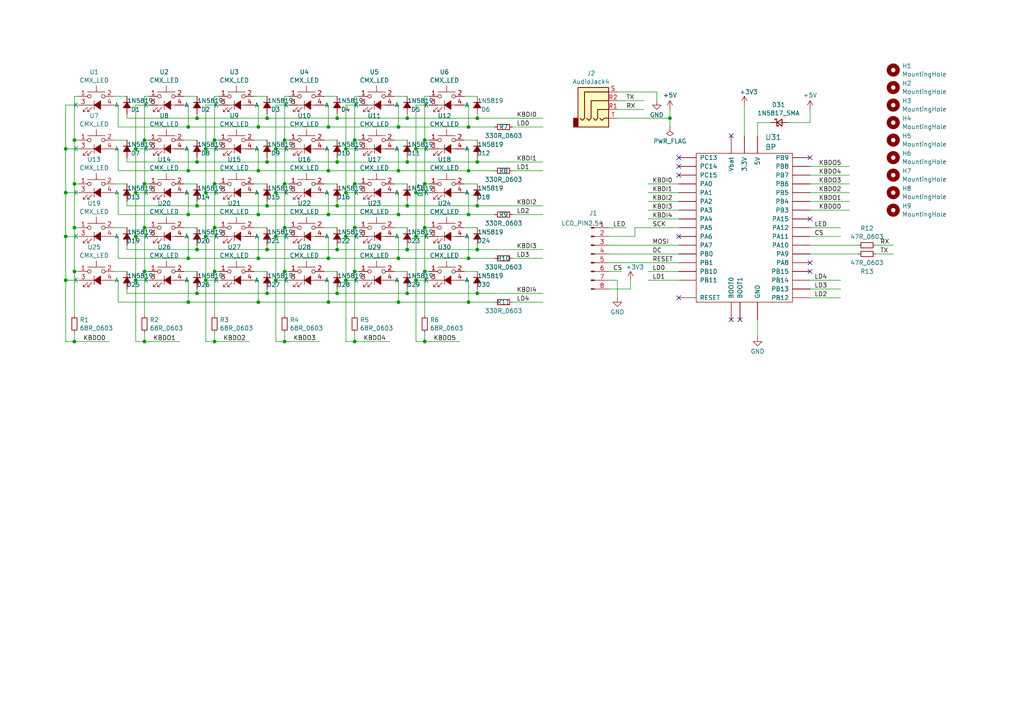
<source format=kicad_sch>
(kicad_sch (version 20230121) (generator eeschema)
  (paper "A4")
  (lib_symbols
    (symbol "CherryMX:CherryMX_LED" (pin_names (offset -3.9878))
      (property "Reference" "U" (at 2.54 4.445 0))
      (property "Value" "CherryMX_LED" (at 0 -4.445 0))
      (symbol "CherryMX_LED_1_1"
        (pin passive line (at -5.08 1.27 0) (length 2.54) (name "~") (number "1"))
        (pin passive line (at 5.08 1.27 180) (length 2.54) (name "~") (number "2"))
        (pin passive line (at -5.08 -1.27 0) (length 2.54) (name "K") (number "3"))
        (pin passive line (at 5.08 -1.27 180) (length 2.54) (name "A") (number "4"))
      )
    )
    (symbol "Connector:Conn_01x08_Pin" (pin_names (offset 1.016) hide)
      (property "Reference" "J" (at 0 10.16 0))
      (property "Value" "Conn_01x08_Pin" (at 0 -12.7 0))
      (symbol "Conn_01x08_Pin_1_1"
        (pin passive line (at 5.08 7.62 180) (length 3.81) (name "Pin_1") (number "1"))
        (pin passive line (at 5.08 5.08 180) (length 3.81) (name "Pin_2") (number "2"))
        (pin passive line (at 5.08 2.54 180) (length 3.81) (name "Pin_3") (number "3"))
        (pin passive line (at 5.08 0 180) (length 3.81) (name "Pin_4") (number "4"))
        (pin passive line (at 5.08 -2.54 180) (length 3.81) (name "Pin_5") (number "5"))
        (pin passive line (at 5.08 -5.08 180) (length 3.81) (name "Pin_6") (number "6"))
        (pin passive line (at 5.08 -7.62 180) (length 3.81) (name "Pin_7") (number "7"))
        (pin passive line (at 5.08 -10.16 180) (length 3.81) (name "Pin_8") (number "8"))
      )
    )
    (symbol "Connector_Audio:AudioJack4"
      (property "Reference" "J" (at 0 8.89 0))
      (property "Value" "AudioJack4" (at 0 6.35 0))
      (symbol "AudioJack4_1_1"
        (pin passive line (at 5.08 -2.54 180) (length 2.54) (name "~") (number "R1"))
        (pin passive line (at 5.08 0 180) (length 2.54) (name "~") (number "R2"))
        (pin passive line (at 5.08 2.54 180) (length 2.54) (name "~") (number "S"))
        (pin passive line (at 5.08 -5.08 180) (length 2.54) (name "~") (number "T"))
      )
    )
    (symbol "Device:D_Schottky_Small" (pin_numbers hide) (pin_names (offset 0.254) hide)
      (property "Reference" "D" (at -1.27 2.032 0))
      (property "Value" "D_Schottky_Small" (at -7.112 -2.032 0))
      (symbol "D_Schottky_Small_1_1"
        (pin passive line (at -2.54 0 0) (length 1.778) (name "K") (number "1"))
        (pin passive line (at 2.54 0 180) (length 1.778) (name "A") (number "2"))
      )
    )
    (symbol "Device:D_Small_Filled" (pin_numbers hide) (pin_names (offset 0.254) hide)
      (property "Reference" "D" (at -1.27 2.032 0))
      (property "Value" "D_Small_Filled" (at -3.81 -2.032 0))
      (symbol "D_Small_Filled_1_1"
        (pin passive line (at -2.54 0 0) (length 1.778) (name "K") (number "1"))
        (pin passive line (at 2.54 0 180) (length 1.778) (name "A") (number "2"))
      )
    )
    (symbol "Device:R_Small" (pin_numbers hide) (pin_names (offset 0.254) hide)
      (property "Reference" "R" (at 0.762 0.508 0))
      (property "Value" "R_Small" (at 0.762 -1.016 0))
      (symbol "R_Small_1_1"
        (pin passive line (at 0 2.54 270) (length 0.762) (name "~") (number "1"))
        (pin passive line (at 0 -2.54 90) (length 0.762) (name "~") (number "2"))
      )
    )
    (symbol "Mechanical:MountingHole" (pin_names (offset 1.016))
      (property "Reference" "H" (at 0 5.08 0))
      (property "Value" "MountingHole" (at 0 3.175 0))
    )
    (symbol "bluepill:BP" (pin_numbers hide) (pin_names (offset 1.016))
      (property "Reference" "U" (at -12.7 22.86 0))
      (property "Value" "BP" (at 7.62 -24.13 0))
      (symbol "BP_1_1"
        (pin power_out line (at 0 26.67 270) (length 5.08) (name "3.3V") (number "3V3"))
        (pin power_out line (at 3.81 26.67 270) (length 5.08) (name "5V") (number "5V"))
        (pin input line (at -3.81 -26.67 90) (length 5.08) (name "BOOT0") (number "BOOT"))
        (pin power_out line (at 3.81 -26.67 90) (length 5.08) (name "GND") (number "G"))
        (pin input line (at -19.05 -20.32 0) (length 5.08) (name "RESET") (number "NRST"))
        (pin bidirectional line (at -19.05 12.7 0) (length 5.08) (name "PA0") (number "PA0"))
        (pin bidirectional line (at -19.05 10.16 0) (length 5.08) (name "PA1") (number "PA1"))
        (pin bidirectional line (at 19.05 -5.08 180) (length 5.08) (name "PA10") (number "PA10"))
        (pin bidirectional line (at 19.05 -2.54 180) (length 5.08) (name "PA11") (number "PA11"))
        (pin bidirectional line (at 19.05 0 180) (length 5.08) (name "PA12") (number "PA12"))
        (pin bidirectional line (at 19.05 2.54 180) (length 5.08) (name "PA15") (number "PA15"))
        (pin bidirectional line (at -19.05 7.62 0) (length 5.08) (name "PA2") (number "PA2"))
        (pin bidirectional line (at -19.05 5.08 0) (length 5.08) (name "PA3") (number "PA3"))
        (pin bidirectional line (at -19.05 2.54 0) (length 5.08) (name "PA4") (number "PA4"))
        (pin bidirectional line (at -19.05 0 0) (length 5.08) (name "PA5") (number "PA5"))
        (pin bidirectional line (at -19.05 -2.54 0) (length 5.08) (name "PA6") (number "PA6"))
        (pin bidirectional line (at -19.05 -5.08 0) (length 5.08) (name "PA7") (number "PA7"))
        (pin bidirectional line (at 19.05 -10.16 180) (length 5.08) (name "PA8") (number "PA8"))
        (pin bidirectional line (at 19.05 -7.62 180) (length 5.08) (name "PA9") (number "PA9"))
        (pin bidirectional line (at -19.05 -7.62 0) (length 5.08) (name "PB0") (number "PB0"))
        (pin bidirectional line (at -19.05 -10.16 0) (length 5.08) (name "PB1") (number "PB1"))
        (pin bidirectional line (at -19.05 -12.7 0) (length 5.08) (name "PB10") (number "PB10"))
        (pin bidirectional line (at -19.05 -15.24 0) (length 5.08) (name "PB11") (number "PB11"))
        (pin bidirectional line (at 19.05 -20.32 180) (length 5.08) (name "PB12") (number "PB12"))
        (pin bidirectional line (at 19.05 -17.78 180) (length 5.08) (name "PB13") (number "PB13"))
        (pin bidirectional line (at 19.05 -15.24 180) (length 5.08) (name "PB14") (number "PB14"))
        (pin bidirectional line (at 19.05 -12.7 180) (length 5.08) (name "PB15") (number "PB15"))
        (pin input line (at -1.27 -26.67 90) (length 5.08) (name "BOOT1") (number "PB2"))
        (pin bidirectional line (at 19.05 5.08 180) (length 5.08) (name "PB3") (number "PB3"))
        (pin bidirectional line (at 19.05 7.62 180) (length 5.08) (name "PB4") (number "PB4"))
        (pin bidirectional line (at 19.05 10.16 180) (length 5.08) (name "PB5") (number "PB5"))
        (pin bidirectional line (at 19.05 12.7 180) (length 5.08) (name "PB6") (number "PB6"))
        (pin bidirectional line (at 19.05 15.24 180) (length 5.08) (name "PB7") (number "PB7"))
        (pin bidirectional line (at 19.05 17.78 180) (length 5.08) (name "PB8") (number "PB8"))
        (pin bidirectional line (at 19.05 20.32 180) (length 5.08) (name "PB9") (number "PB9"))
        (pin bidirectional line (at -19.05 20.32 0) (length 5.08) (name "PC13") (number "PC13"))
        (pin bidirectional line (at -19.05 17.78 0) (length 5.08) (name "PC14") (number "PC14"))
        (pin bidirectional line (at -19.05 15.24 0) (length 5.08) (name "PC15") (number "PC15"))
        (pin power_in line (at -3.81 26.67 270) (length 5.08) (name "Vbat") (number "VBAT"))
      )
    )
    (symbol "power:+3V3" (power) (pin_names (offset 0))
      (property "Value" "+3V3" (at 0 3.556 0))
      (symbol "+3V3_1_1"
        (pin power_in line (at 0 0 90) (length 0) hide (name "+3V3") (number "1"))
      )
    )
    (symbol "power:+5V" (power) (pin_names (offset 0))
      (property "Value" "+5V" (at 0 3.556 0))
      (symbol "+5V_1_1"
        (pin power_in line (at 0 0 90) (length 0) hide (name "+5V") (number "1"))
      )
    )
    (symbol "power:GND" (power) (pin_names (offset 0))
      (property "Value" "GND" (at 0 -3.81 0))
      (symbol "GND_1_1"
        (pin power_in line (at 0 0 270) (length 0) hide (name "GND") (number "1"))
      )
    )
    (symbol "power:PWR_FLAG" (power) (pin_numbers hide) (pin_names (offset 0) hide)
      (property "Value" "PWR_FLAG" (at 0 3.81 0))
      (symbol "PWR_FLAG_0_0"
        (pin power_out line (at 0 0 90) (length 0) (name "pwr") (number "1"))
      )
    )
  )
  (junction (at 39.37 43.18))
  (junction (at 100.33 55.88))
  (junction (at 19.05 81.28))
  (junction (at 21.59 66.04))
  (junction (at 95.25 62.23))
  (junction (at 95.25 36.83))
  (junction (at 82.55 40.64))
  (junction (at 97.79 46.99))
  (junction (at 115.57 36.83))
  (junction (at 100.33 43.18))
  (junction (at 82.55 66.04))
  (junction (at 62.23 78.74))
  (junction (at 77.47 46.99))
  (junction (at 120.65 81.28))
  (junction (at 135.89 87.63))
  (junction (at 194.31 34.29))
  (junction (at 80.01 68.58))
  (junction (at 21.59 53.34))
  (junction (at 123.19 40.64))
  (junction (at 135.89 49.53))
  (junction (at 41.91 66.04))
  (junction (at 138.43 59.69))
  (junction (at 80.01 43.18))
  (junction (at 102.87 78.74))
  (junction (at 62.23 53.34))
  (junction (at 74.93 74.93))
  (junction (at 62.23 99.06))
  (junction (at 102.87 66.04))
  (junction (at 77.47 34.29))
  (junction (at 123.19 99.06))
  (junction (at 102.87 53.34))
  (junction (at 41.91 40.64))
  (junction (at 57.15 85.09))
  (junction (at 100.33 81.28))
  (junction (at 41.91 78.74))
  (junction (at 57.15 59.69))
  (junction (at 21.59 99.06))
  (junction (at 54.61 49.53))
  (junction (at 41.91 53.34))
  (junction (at 59.69 43.18))
  (junction (at 118.11 72.39))
  (junction (at 138.43 46.99))
  (junction (at 95.25 49.53))
  (junction (at 19.05 43.18))
  (junction (at 115.57 49.53))
  (junction (at 118.11 34.29))
  (junction (at 54.61 87.63))
  (junction (at 97.79 72.39))
  (junction (at 59.69 81.28))
  (junction (at 123.19 53.34))
  (junction (at 95.25 87.63))
  (junction (at 54.61 36.83))
  (junction (at 123.19 66.04))
  (junction (at 120.65 43.18))
  (junction (at 82.55 53.34))
  (junction (at 118.11 59.69))
  (junction (at 59.69 55.88))
  (junction (at 54.61 62.23))
  (junction (at 118.11 85.09))
  (junction (at 39.37 68.58))
  (junction (at 123.19 78.74))
  (junction (at 74.93 87.63))
  (junction (at 95.25 74.93))
  (junction (at 102.87 40.64))
  (junction (at 138.43 85.09))
  (junction (at 74.93 36.83))
  (junction (at 54.61 74.93))
  (junction (at 120.65 55.88))
  (junction (at 39.37 55.88))
  (junction (at 57.15 72.39))
  (junction (at 19.05 55.88))
  (junction (at 62.23 40.64))
  (junction (at 77.47 59.69))
  (junction (at 120.65 68.58))
  (junction (at 74.93 49.53))
  (junction (at 77.47 85.09))
  (junction (at 102.87 99.06))
  (junction (at 135.89 62.23))
  (junction (at 135.89 36.83))
  (junction (at 97.79 59.69))
  (junction (at 57.15 46.99))
  (junction (at 82.55 99.06))
  (junction (at 21.59 78.74))
  (junction (at 62.23 66.04))
  (junction (at 138.43 34.29))
  (junction (at 39.37 81.28))
  (junction (at 80.01 55.88))
  (junction (at 77.47 72.39))
  (junction (at 82.55 78.74))
  (junction (at 21.59 40.64))
  (junction (at 59.69 68.58))
  (junction (at 97.79 34.29))
  (junction (at 115.57 74.93))
  (junction (at 118.11 46.99))
  (junction (at 41.91 99.06))
  (junction (at 80.01 81.28))
  (junction (at 57.15 34.29))
  (junction (at 74.93 62.23))
  (junction (at 138.43 72.39))
  (junction (at 115.57 87.63))
  (junction (at 115.57 62.23))
  (junction (at 19.05 68.58))
  (junction (at 135.89 74.93))
  (junction (at 97.79 85.09))
  (junction (at 100.33 68.58))
  (no_connect (at 196.85 86.36))
  (no_connect (at 196.85 45.72))
  (no_connect (at 234.95 63.5))
  (no_connect (at 214.63 92.71))
  (no_connect (at 196.85 68.58))
  (no_connect (at 234.95 45.72))
  (no_connect (at 234.95 76.2))
  (no_connect (at 196.85 50.8))
  (no_connect (at 212.09 39.37))
  (no_connect (at 234.95 78.74))
  (no_connect (at 212.09 92.71))
  (no_connect (at 196.85 48.26))
  (wire (pts (xy 21.59 40.64) (xy 22.86 40.64)))
  (wire (pts (xy 41.91 40.64) (xy 41.91 53.34)))
  (wire (pts (xy 93.98 53.34) (xy 97.79 53.34)))
  (wire (pts (xy 120.65 43.18) (xy 124.46 43.18)))
  (wire (pts (xy 118.11 59.69) (xy 138.43 59.69)))
  (wire (pts (xy 82.55 40.64) (xy 83.82 40.64)))
  (wire (pts (xy 118.11 46.99) (xy 138.43 46.99)))
  (wire (pts (xy 95.25 68.58) (xy 95.25 74.93)))
  (wire (pts (xy 59.69 55.88) (xy 63.5 55.88)))
  (wire (pts (xy 234.95 31.75) (xy 234.95 35.56)))
  (wire (pts (xy 74.93 43.18) (xy 74.93 49.53)))
  (wire (pts (xy 135.89 81.28) (xy 135.89 87.63)))
  (wire (pts (xy 57.15 72.39) (xy 36.83 72.39)))
  (wire (pts (xy 138.43 34.29) (xy 157.48 34.29)))
  (wire (pts (xy 80.01 55.88) (xy 80.01 68.58)))
  (wire (pts (xy 93.98 43.18) (xy 95.25 43.18)))
  (wire (pts (xy 148.59 87.63) (xy 157.48 87.63)))
  (wire (pts (xy 102.87 27.94) (xy 102.87 40.64)))
  (wire (pts (xy 59.69 55.88) (xy 59.69 43.18)))
  (wire (pts (xy 62.23 27.94) (xy 63.5 27.94)))
  (wire (pts (xy 80.01 55.88) (xy 83.82 55.88)))
  (wire (pts (xy 57.15 45.72) (xy 57.15 46.99)))
  (wire (pts (xy 54.61 36.83) (xy 74.93 36.83)))
  (wire (pts (xy 41.91 66.04) (xy 43.18 66.04)))
  (wire (pts (xy 73.66 30.48) (xy 74.93 30.48)))
  (wire (pts (xy 97.79 45.72) (xy 97.79 46.99)))
  (wire (pts (xy 234.95 73.66) (xy 248.92 73.66)))
  (wire (pts (xy 95.25 62.23) (xy 115.57 62.23)))
  (wire (pts (xy 102.87 53.34) (xy 102.87 66.04)))
  (wire (pts (xy 179.07 34.29) (xy 194.31 34.29)))
  (wire (pts (xy 114.3 78.74) (xy 118.11 78.74)))
  (wire (pts (xy 134.62 68.58) (xy 135.89 68.58)))
  (wire (pts (xy 120.65 43.18) (xy 120.65 55.88)))
  (wire (pts (xy 33.02 27.94) (xy 36.83 27.94)))
  (wire (pts (xy 102.87 78.74) (xy 102.87 91.44)))
  (wire (pts (xy 19.05 55.88) (xy 22.86 55.88)))
  (wire (pts (xy 82.55 53.34) (xy 83.82 53.34)))
  (wire (pts (xy 74.93 81.28) (xy 74.93 87.63)))
  (wire (pts (xy 53.34 66.04) (xy 57.15 66.04)))
  (wire (pts (xy 93.98 78.74) (xy 97.79 78.74)))
  (wire (pts (xy 93.98 66.04) (xy 97.79 66.04)))
  (wire (pts (xy 80.01 68.58) (xy 80.01 81.28)))
  (wire (pts (xy 176.53 68.58) (xy 184.15 68.58)))
  (wire (pts (xy 34.29 49.53) (xy 54.61 49.53)))
  (wire (pts (xy 102.87 53.34) (xy 104.14 53.34)))
  (wire (pts (xy 33.02 78.74) (xy 36.83 78.74)))
  (wire (pts (xy 234.95 55.88) (xy 246.38 55.88)))
  (wire (pts (xy 234.95 53.34) (xy 246.38 53.34)))
  (wire (pts (xy 54.61 81.28) (xy 54.61 87.63)))
  (wire (pts (xy 36.83 83.82) (xy 36.83 85.09)))
  (wire (pts (xy 21.59 27.94) (xy 22.86 27.94)))
  (wire (pts (xy 19.05 30.48) (xy 19.05 43.18)))
  (wire (pts (xy 82.55 66.04) (xy 83.82 66.04)))
  (wire (pts (xy 36.83 34.29) (xy 57.15 34.29)))
  (wire (pts (xy 148.59 36.83) (xy 157.48 36.83)))
  (wire (pts (xy 62.23 66.04) (xy 63.5 66.04)))
  (wire (pts (xy 95.25 81.28) (xy 95.25 87.63)))
  (wire (pts (xy 134.62 81.28) (xy 135.89 81.28)))
  (wire (pts (xy 134.62 27.94) (xy 138.43 27.94)))
  (wire (pts (xy 21.59 66.04) (xy 22.86 66.04)))
  (wire (pts (xy 234.95 60.96) (xy 246.38 60.96)))
  (wire (pts (xy 215.9 30.48) (xy 215.9 39.37)))
  (wire (pts (xy 34.29 62.23) (xy 54.61 62.23)))
  (wire (pts (xy 36.83 45.72) (xy 36.83 46.99)))
  (wire (pts (xy 234.95 83.82) (xy 243.84 83.82)))
  (wire (pts (xy 118.11 33.02) (xy 118.11 34.29)))
  (wire (pts (xy 176.53 78.74) (xy 180.34 78.74)))
  (wire (pts (xy 19.05 81.28) (xy 22.86 81.28)))
  (wire (pts (xy 73.66 81.28) (xy 74.93 81.28)))
  (wire (pts (xy 77.47 34.29) (xy 97.79 34.29)))
  (wire (pts (xy 123.19 53.34) (xy 123.19 66.04)))
  (wire (pts (xy 19.05 43.18) (xy 19.05 55.88)))
  (wire (pts (xy 102.87 66.04) (xy 104.14 66.04)))
  (wire (pts (xy 123.19 78.74) (xy 123.19 91.44)))
  (wire (pts (xy 138.43 58.42) (xy 138.43 59.69)))
  (wire (pts (xy 176.53 83.82) (xy 182.88 83.82)))
  (wire (pts (xy 123.19 53.34) (xy 124.46 53.34)))
  (wire (pts (xy 179.07 26.67) (xy 190.5 26.67)))
  (wire (pts (xy 93.98 81.28) (xy 95.25 81.28)))
  (wire (pts (xy 36.83 33.02) (xy 36.83 34.29)))
  (wire (pts (xy 53.34 68.58) (xy 54.61 68.58)))
  (wire (pts (xy 34.29 55.88) (xy 34.29 62.23)))
  (wire (pts (xy 115.57 87.63) (xy 135.89 87.63)))
  (wire (pts (xy 34.29 74.93) (xy 54.61 74.93)))
  (wire (pts (xy 123.19 27.94) (xy 123.19 40.64)))
  (wire (pts (xy 100.33 81.28) (xy 100.33 99.06)))
  (wire (pts (xy 59.69 68.58) (xy 59.69 55.88)))
  (wire (pts (xy 74.93 74.93) (xy 95.25 74.93)))
  (wire (pts (xy 74.93 30.48) (xy 74.93 36.83)))
  (wire (pts (xy 120.65 81.28) (xy 124.46 81.28)))
  (wire (pts (xy 123.19 96.52) (xy 123.19 99.06)))
  (wire (pts (xy 100.33 43.18) (xy 100.33 55.88)))
  (wire (pts (xy 54.61 62.23) (xy 74.93 62.23)))
  (wire (pts (xy 148.59 62.23) (xy 157.48 62.23)))
  (wire (pts (xy 182.88 81.28) (xy 182.88 83.82)))
  (wire (pts (xy 135.89 68.58) (xy 135.89 74.93)))
  (wire (pts (xy 120.65 99.06) (xy 123.19 99.06)))
  (wire (pts (xy 34.29 68.58) (xy 34.29 74.93)))
  (wire (pts (xy 97.79 85.09) (xy 118.11 85.09)))
  (wire (pts (xy 39.37 55.88) (xy 43.18 55.88)))
  (wire (pts (xy 33.02 66.04) (xy 36.83 66.04)))
  (wire (pts (xy 120.65 30.48) (xy 120.65 43.18)))
  (wire (pts (xy 134.62 43.18) (xy 135.89 43.18)))
  (wire (pts (xy 21.59 40.64) (xy 21.59 53.34)))
  (wire (pts (xy 77.47 72.39) (xy 57.15 72.39)))
  (wire (pts (xy 21.59 53.34) (xy 21.59 66.04)))
  (wire (pts (xy 179.07 81.28) (xy 176.53 81.28)))
  (wire (pts (xy 33.02 30.48) (xy 34.29 30.48)))
  (wire (pts (xy 187.96 60.96) (xy 196.85 60.96)))
  (wire (pts (xy 115.57 55.88) (xy 115.57 62.23)))
  (wire (pts (xy 82.55 99.06) (xy 92.71 99.06)))
  (wire (pts (xy 41.91 96.52) (xy 41.91 99.06)))
  (wire (pts (xy 97.79 46.99) (xy 118.11 46.99)))
  (wire (pts (xy 234.95 86.36) (xy 243.84 86.36)))
  (wire (pts (xy 73.66 53.34) (xy 77.47 53.34)))
  (wire (pts (xy 59.69 81.28) (xy 63.5 81.28)))
  (wire (pts (xy 53.34 43.18) (xy 54.61 43.18)))
  (wire (pts (xy 77.47 85.09) (xy 97.79 85.09)))
  (wire (pts (xy 54.61 30.48) (xy 54.61 36.83)))
  (wire (pts (xy 179.07 31.75) (xy 186.69 31.75)))
  (wire (pts (xy 36.83 46.99) (xy 57.15 46.99)))
  (wire (pts (xy 118.11 71.12) (xy 118.11 72.39)))
  (wire (pts (xy 73.66 55.88) (xy 74.93 55.88)))
  (wire (pts (xy 62.23 40.64) (xy 62.23 53.34)))
  (wire (pts (xy 95.25 43.18) (xy 95.25 49.53)))
  (wire (pts (xy 39.37 68.58) (xy 43.18 68.58)))
  (wire (pts (xy 73.66 43.18) (xy 74.93 43.18)))
  (wire (pts (xy 62.23 40.64) (xy 63.5 40.64)))
  (wire (pts (xy 74.93 55.88) (xy 74.93 62.23)))
  (wire (pts (xy 21.59 78.74) (xy 21.59 91.44)))
  (wire (pts (xy 93.98 30.48) (xy 95.25 30.48)))
  (wire (pts (xy 194.31 34.29) (xy 194.31 36.83)))
  (wire (pts (xy 53.34 27.94) (xy 57.15 27.94)))
  (wire (pts (xy 62.23 53.34) (xy 63.5 53.34)))
  (wire (pts (xy 97.79 59.69) (xy 118.11 59.69)))
  (wire (pts (xy 114.3 53.34) (xy 118.11 53.34)))
  (wire (pts (xy 80.01 81.28) (xy 83.82 81.28)))
  (wire (pts (xy 21.59 27.94) (xy 21.59 40.64)))
  (wire (pts (xy 118.11 34.29) (xy 138.43 34.29)))
  (wire (pts (xy 54.61 68.58) (xy 54.61 74.93)))
  (wire (pts (xy 54.61 43.18) (xy 54.61 49.53)))
  (wire (pts (xy 176.53 71.12) (xy 196.85 71.12)))
  (wire (pts (xy 123.19 78.74) (xy 124.46 78.74)))
  (wire (pts (xy 234.95 66.04) (xy 243.84 66.04)))
  (wire (pts (xy 59.69 43.18) (xy 59.69 30.48)))
  (wire (pts (xy 36.83 59.69) (xy 57.15 59.69)))
  (wire (pts (xy 187.96 81.28) (xy 196.85 81.28)))
  (wire (pts (xy 179.07 86.36) (xy 179.07 81.28)))
  (wire (pts (xy 77.47 33.02) (xy 77.47 34.29)))
  (wire (pts (xy 100.33 81.28) (xy 104.14 81.28)))
  (wire (pts (xy 118.11 45.72) (xy 118.11 46.99)))
  (wire (pts (xy 21.59 53.34) (xy 22.86 53.34)))
  (wire (pts (xy 53.34 40.64) (xy 57.15 40.64)))
  (wire (pts (xy 95.25 74.93) (xy 115.57 74.93)))
  (wire (pts (xy 118.11 83.82) (xy 118.11 85.09)))
  (wire (pts (xy 234.95 58.42) (xy 246.38 58.42)))
  (wire (pts (xy 59.69 99.06) (xy 62.23 99.06)))
  (wire (pts (xy 33.02 55.88) (xy 34.29 55.88)))
  (wire (pts (xy 57.15 71.12) (xy 57.15 72.39)))
  (wire (pts (xy 57.15 58.42) (xy 57.15 59.69)))
  (wire (pts (xy 102.87 27.94) (xy 104.14 27.94)))
  (wire (pts (xy 138.43 46.99) (xy 157.48 46.99)))
  (wire (pts (xy 234.95 48.26) (xy 246.38 48.26)))
  (wire (pts (xy 54.61 74.93) (xy 74.93 74.93)))
  (wire (pts (xy 138.43 85.09) (xy 157.48 85.09)))
  (wire (pts (xy 57.15 83.82) (xy 57.15 85.09)))
  (wire (pts (xy 187.96 58.42) (xy 196.85 58.42)))
  (wire (pts (xy 59.69 68.58) (xy 63.5 68.58)))
  (wire (pts (xy 93.98 40.64) (xy 97.79 40.64)))
  (wire (pts (xy 41.91 27.94) (xy 43.18 27.94)))
  (wire (pts (xy 53.34 78.74) (xy 57.15 78.74)))
  (wire (pts (xy 234.95 81.28) (xy 243.84 81.28)))
  (wire (pts (xy 120.65 55.88) (xy 124.46 55.88)))
  (wire (pts (xy 39.37 55.88) (xy 39.37 68.58)))
  (wire (pts (xy 73.66 68.58) (xy 74.93 68.58)))
  (wire (pts (xy 135.89 36.83) (xy 143.51 36.83)))
  (wire (pts (xy 134.62 40.64) (xy 138.43 40.64)))
  (wire (pts (xy 33.02 68.58) (xy 34.29 68.58)))
  (wire (pts (xy 187.96 63.5) (xy 196.85 63.5)))
  (wire (pts (xy 62.23 78.74) (xy 62.23 91.44)))
  (wire (pts (xy 39.37 99.06) (xy 41.91 99.06)))
  (wire (pts (xy 194.31 31.75) (xy 194.31 34.29)))
  (wire (pts (xy 41.91 99.06) (xy 52.07 99.06)))
  (wire (pts (xy 135.89 87.63) (xy 143.51 87.63)))
  (wire (pts (xy 34.29 81.28) (xy 34.29 87.63)))
  (wire (pts (xy 53.34 30.48) (xy 54.61 30.48)))
  (wire (pts (xy 34.29 30.48) (xy 34.29 36.83)))
  (wire (pts (xy 120.65 30.48) (xy 124.46 30.48)))
  (wire (pts (xy 54.61 55.88) (xy 54.61 62.23)))
  (wire (pts (xy 82.55 78.74) (xy 83.82 78.74)))
  (wire (pts (xy 33.02 81.28) (xy 34.29 81.28)))
  (wire (pts (xy 102.87 78.74) (xy 104.14 78.74)))
  (wire (pts (xy 176.53 66.04) (xy 181.61 66.04)))
  (wire (pts (xy 179.07 29.21) (xy 186.69 29.21)))
  (wire (pts (xy 100.33 99.06) (xy 102.87 99.06)))
  (wire (pts (xy 120.65 68.58) (xy 124.46 68.58)))
  (wire (pts (xy 123.19 99.06) (xy 133.35 99.06)))
  (wire (pts (xy 234.95 68.58) (xy 243.84 68.58)))
  (wire (pts (xy 82.55 66.04) (xy 82.55 78.74)))
  (wire (pts (xy 135.89 62.23) (xy 143.51 62.23)))
  (wire (pts (xy 62.23 66.04) (xy 62.23 78.74)))
  (wire (pts (xy 34.29 87.63) (xy 54.61 87.63)))
  (wire (pts (xy 80.01 68.58) (xy 83.82 68.58)))
  (wire (pts (xy 115.57 36.83) (xy 135.89 36.83)))
  (wire (pts (xy 82.55 53.34) (xy 82.55 66.04)))
  (wire (pts (xy 123.19 40.64) (xy 123.19 53.34)))
  (wire (pts (xy 21.59 99.06) (xy 31.75 99.06)))
  (wire (pts (xy 73.66 78.74) (xy 77.47 78.74)))
  (wire (pts (xy 39.37 68.58) (xy 39.37 81.28)))
  (wire (pts (xy 223.52 35.56) (xy 219.71 35.56)))
  (wire (pts (xy 118.11 58.42) (xy 118.11 59.69)))
  (wire (pts (xy 77.47 58.42) (xy 77.47 59.69)))
  (wire (pts (xy 62.23 96.52) (xy 62.23 99.06)))
  (wire (pts (xy 82.55 27.94) (xy 82.55 40.64)))
  (wire (pts (xy 57.15 46.99) (xy 77.47 46.99)))
  (wire (pts (xy 138.43 33.02) (xy 138.43 34.29)))
  (wire (pts (xy 97.79 33.02) (xy 97.79 34.29)))
  (wire (pts (xy 138.43 83.82) (xy 138.43 85.09)))
  (wire (pts (xy 82.55 96.52) (xy 82.55 99.06)))
  (wire (pts (xy 74.93 49.53) (xy 95.25 49.53)))
  (wire (pts (xy 97.79 71.12) (xy 97.79 72.39)))
  (wire (pts (xy 134.62 30.48) (xy 135.89 30.48)))
  (wire (pts (xy 41.91 53.34) (xy 41.91 66.04)))
  (wire (pts (xy 114.3 55.88) (xy 115.57 55.88)))
  (wire (pts (xy 62.23 78.74) (xy 63.5 78.74)))
  (wire (pts (xy 36.83 58.42) (xy 36.83 59.69)))
  (wire (pts (xy 134.62 66.04) (xy 138.43 66.04)))
  (wire (pts (xy 135.89 43.18) (xy 135.89 49.53)))
  (wire (pts (xy 95.25 87.63) (xy 115.57 87.63)))
  (wire (pts (xy 190.5 26.67) (xy 190.5 29.21)))
  (wire (pts (xy 77.47 83.82) (xy 77.47 85.09)))
  (wire (pts (xy 80.01 30.48) (xy 80.01 43.18)))
  (wire (pts (xy 33.02 40.64) (xy 36.83 40.64)))
  (wire (pts (xy 254 71.12) (xy 259.08 71.12)))
  (wire (pts (xy 114.3 81.28) (xy 115.57 81.28)))
  (wire (pts (xy 134.62 55.88) (xy 135.89 55.88)))
  (wire (pts (xy 19.05 55.88) (xy 19.05 68.58)))
  (wire (pts (xy 21.59 96.52) (xy 21.59 99.06)))
  (wire (pts (xy 118.11 72.39) (xy 97.79 72.39)))
  (wire (pts (xy 138.43 72.39) (xy 118.11 72.39)))
  (wire (pts (xy 118.11 85.09) (xy 138.43 85.09)))
  (wire (pts (xy 138.43 59.69) (xy 157.48 59.69)))
  (wire (pts (xy 93.98 27.94) (xy 97.79 27.94)))
  (wire (pts (xy 184.15 66.04) (xy 196.85 66.04)))
  (wire (pts (xy 39.37 43.18) (xy 39.37 55.88)))
  (wire (pts (xy 100.33 68.58) (xy 104.14 68.58)))
  (wire (pts (xy 80.01 81.28) (xy 80.01 99.06)))
  (wire (pts (xy 77.47 71.12) (xy 77.47 72.39)))
  (wire (pts (xy 97.79 58.42) (xy 97.79 59.69)))
  (wire (pts (xy 59.69 81.28) (xy 59.69 68.58)))
  (wire (pts (xy 115.57 43.18) (xy 115.57 49.53)))
  (wire (pts (xy 234.95 71.12) (xy 248.92 71.12)))
  (wire (pts (xy 77.47 45.72) (xy 77.47 46.99)))
  (wire (pts (xy 115.57 49.53) (xy 135.89 49.53)))
  (wire (pts (xy 57.15 59.69) (xy 77.47 59.69)))
  (wire (pts (xy 97.79 83.82) (xy 97.79 85.09)))
  (wire (pts (xy 176.53 73.66) (xy 196.85 73.66)))
  (wire (pts (xy 19.05 81.28) (xy 19.05 99.06)))
  (wire (pts (xy 82.55 40.64) (xy 82.55 53.34)))
  (wire (pts (xy 74.93 36.83) (xy 95.25 36.83)))
  (wire (pts (xy 41.91 66.04) (xy 41.91 78.74)))
  (wire (pts (xy 123.19 66.04) (xy 123.19 78.74)))
  (wire (pts (xy 73.66 27.94) (xy 77.47 27.94)))
  (wire (pts (xy 135.89 74.93) (xy 143.51 74.93)))
  (wire (pts (xy 80.01 43.18) (xy 80.01 55.88)))
  (wire (pts (xy 74.93 62.23) (xy 95.25 62.23)))
  (wire (pts (xy 102.87 40.64) (xy 102.87 53.34)))
  (wire (pts (xy 123.19 40.64) (xy 124.46 40.64)))
  (wire (pts (xy 34.29 36.83) (xy 54.61 36.83)))
  (wire (pts (xy 41.91 78.74) (xy 43.18 78.74)))
  (wire (pts (xy 97.79 34.29) (xy 118.11 34.29)))
  (wire (pts (xy 62.23 99.06) (xy 72.39 99.06)))
  (wire (pts (xy 19.05 43.18) (xy 22.86 43.18)))
  (wire (pts (xy 135.89 49.53) (xy 143.51 49.53)))
  (wire (pts (xy 53.34 53.34) (xy 57.15 53.34)))
  (wire (pts (xy 59.69 30.48) (xy 63.5 30.48)))
  (wire (pts (xy 74.93 68.58) (xy 74.93 74.93)))
  (wire (pts (xy 115.57 30.48) (xy 115.57 36.83)))
  (wire (pts (xy 41.91 78.74) (xy 41.91 91.44)))
  (wire (pts (xy 102.87 96.52) (xy 102.87 99.06)))
  (wire (pts (xy 21.59 78.74) (xy 22.86 78.74)))
  (wire (pts (xy 57.15 33.02) (xy 57.15 34.29)))
  (wire (pts (xy 95.25 55.88) (xy 95.25 62.23)))
  (wire (pts (xy 21.59 66.04) (xy 21.59 78.74)))
  (wire (pts (xy 135.89 55.88) (xy 135.89 62.23)))
  (wire (pts (xy 80.01 99.06) (xy 82.55 99.06)))
  (wire (pts (xy 62.23 27.94) (xy 62.23 40.64)))
  (wire (pts (xy 100.33 30.48) (xy 104.14 30.48)))
  (wire (pts (xy 77.47 59.69) (xy 97.79 59.69)))
  (wire (pts (xy 53.34 81.28) (xy 54.61 81.28)))
  (wire (pts (xy 97.79 72.39) (xy 77.47 72.39)))
  (wire (pts (xy 120.65 68.58) (xy 120.65 81.28)))
  (wire (pts (xy 57.15 34.29) (xy 77.47 34.29)))
  (wire (pts (xy 54.61 49.53) (xy 74.93 49.53)))
  (wire (pts (xy 115.57 74.93) (xy 135.89 74.93)))
  (wire (pts (xy 100.33 43.18) (xy 104.14 43.18)))
  (wire (pts (xy 82.55 78.74) (xy 82.55 91.44)))
  (wire (pts (xy 100.33 55.88) (xy 100.33 68.58)))
  (wire (pts (xy 102.87 66.04) (xy 102.87 78.74)))
  (wire (pts (xy 95.25 30.48) (xy 95.25 36.83)))
  (wire (pts (xy 19.05 68.58) (xy 22.86 68.58)))
  (wire (pts (xy 138.43 45.72) (xy 138.43 46.99)))
  (wire (pts (xy 134.62 78.74) (xy 138.43 78.74)))
  (wire (pts (xy 114.3 43.18) (xy 115.57 43.18)))
  (wire (pts (xy 219.71 35.56) (xy 219.71 39.37)))
  (wire (pts (xy 100.33 68.58) (xy 100.33 81.28)))
  (wire (pts (xy 176.53 76.2) (xy 196.85 76.2)))
  (wire (pts (xy 135.89 30.48) (xy 135.89 36.83)))
  (wire (pts (xy 33.02 43.18) (xy 34.29 43.18)))
  (wire (pts (xy 114.3 30.48) (xy 115.57 30.48)))
  (wire (pts (xy 93.98 55.88) (xy 95.25 55.88)))
  (wire (pts (xy 115.57 62.23) (xy 135.89 62.23)))
  (wire (pts (xy 123.19 27.94) (xy 124.46 27.94)))
  (wire (pts (xy 93.98 68.58) (xy 95.25 68.58)))
  (wire (pts (xy 184.15 68.58) (xy 184.15 66.04)))
  (wire (pts (xy 234.95 35.56) (xy 228.6 35.56)))
  (wire (pts (xy 59.69 99.06) (xy 59.69 81.28)))
  (wire (pts (xy 77.47 46.99) (xy 97.79 46.99)))
  (wire (pts (xy 36.83 72.39) (xy 36.83 71.12)))
  (wire (pts (xy 120.65 55.88) (xy 120.65 68.58)))
  (wire (pts (xy 39.37 30.48) (xy 39.37 43.18)))
  (wire (pts (xy 148.59 49.53) (xy 157.48 49.53)))
  (wire (pts (xy 54.61 87.63) (xy 74.93 87.63)))
  (wire (pts (xy 39.37 81.28) (xy 39.37 99.06)))
  (wire (pts (xy 234.95 50.8) (xy 246.38 50.8)))
  (wire (pts (xy 114.3 40.64) (xy 118.11 40.64)))
  (wire (pts (xy 33.02 53.34) (xy 36.83 53.34)))
  (wire (pts (xy 95.25 49.53) (xy 115.57 49.53)))
  (wire (pts (xy 34.29 43.18) (xy 34.29 49.53)))
  (wire (pts (xy 80.01 30.48) (xy 83.82 30.48)))
  (wire (pts (xy 73.66 40.64) (xy 77.47 40.64)))
  (wire (pts (xy 219.71 92.71) (xy 219.71 97.79)))
  (wire (pts (xy 187.96 78.74) (xy 196.85 78.74)))
  (wire (pts (xy 82.55 27.94) (xy 83.82 27.94)))
  (wire (pts (xy 100.33 30.48) (xy 100.33 43.18)))
  (wire (pts (xy 41.91 40.64) (xy 43.18 40.64)))
  (wire (pts (xy 187.96 53.34) (xy 196.85 53.34)))
  (wire (pts (xy 53.34 55.88) (xy 54.61 55.88)))
  (wire (pts (xy 73.66 66.04) (xy 77.47 66.04)))
  (wire (pts (xy 19.05 30.48) (xy 22.86 30.48)))
  (wire (pts (xy 102.87 99.06) (xy 113.03 99.06)))
  (wire (pts (xy 62.23 53.34) (xy 62.23 66.04)))
  (wire (pts (xy 59.69 43.18) (xy 63.5 43.18)))
  (wire (pts (xy 100.33 55.88) (xy 104.14 55.88)))
  (wire (pts (xy 39.37 43.18) (xy 43.18 43.18)))
  (wire (pts (xy 115.57 81.28) (xy 115.57 87.63)))
  (wire (pts (xy 39.37 30.48) (xy 43.18 30.48)))
  (wire (pts (xy 19.05 68.58) (xy 19.05 81.28)))
  (wire (pts (xy 102.87 40.64) (xy 104.14 40.64)))
  (wire (pts (xy 115.57 68.58) (xy 115.57 74.93)))
  (wire (pts (xy 254 73.66) (xy 259.08 73.66)))
  (wire (pts (xy 123.19 66.04) (xy 124.46 66.04)))
  (wire (pts (xy 114.3 68.58) (xy 115.57 68.58)))
  (wire (pts (xy 36.83 85.09) (xy 57.15 85.09)))
  (wire (pts (xy 114.3 27.94) (xy 118.11 27.94)))
  (wire (pts (xy 120.65 81.28) (xy 120.65 99.06)))
  (wire (pts (xy 41.91 27.94) (xy 41.91 40.64)))
  (wire (pts (xy 19.05 99.06) (xy 21.59 99.06)))
  (wire (pts (xy 157.48 72.39) (xy 138.43 72.39)))
  (wire (pts (xy 95.25 36.83) (xy 115.57 36.83)))
  (wire (pts (xy 80.01 43.18) (xy 83.82 43.18)))
  (wire (pts (xy 187.96 55.88) (xy 196.85 55.88)))
  (wire (pts (xy 114.3 66.04) (xy 118.11 66.04)))
  (wire (pts (xy 138.43 71.12) (xy 138.43 72.39)))
  (wire (pts (xy 148.59 74.93) (xy 157.48 74.93)))
  (wire (pts (xy 134.62 53.34) (xy 138.43 53.34)))
  (wire (pts (xy 39.37 81.28) (xy 43.18 81.28)))
  (wire (pts (xy 74.93 87.63) (xy 95.25 87.63)))
  (wire (pts (xy 57.15 85.09) (xy 77.47 85.09)))
  (wire (pts (xy 41.91 53.34) (xy 43.18 53.34)))
  (label "KBDI4" (at 149.86 85.09 0))
  (label "KBDO4" (at 105.41 99.06 0))
  (label "KBDO3" (at 237.49 53.34 0))
  (label "KBDO4" (at 237.49 50.8 0))
  (label "LD3" (at 149.86 74.93 0))
  (label "CS" (at 236.22 68.58 0))
  (label "RESET" (at 189.23 76.2 0))
  (label "KBDI1" (at 149.86 46.99 0))
  (label "DC" (at 189.23 73.66 0))
  (label "KBDO0" (at 24.13 99.06 0))
  (label "KBDO2" (at 237.49 55.88 0))
  (label "LED" (at 236.22 66.04 0))
  (label "KBDO1" (at 237.49 58.42 0))
  (label "KBDO2" (at 64.77 99.06 0))
  (label "KBDI3" (at 189.23 60.96 0))
  (label "KBDO5" (at 125.73 99.06 0))
  (label "TX" (at 181.61 29.21 0))
  (label "RX" (at 255.27 71.12 0))
  (label "LD0" (at 189.23 78.74 0))
  (label "KBDI2" (at 189.23 58.42 0))
  (label "KBDO0" (at 237.49 60.96 0))
  (label "KBDO1" (at 44.45 99.06 0))
  (label "TX" (at 255.27 73.66 0))
  (label "MOSI" (at 189.23 71.12 0))
  (label "KBDI4" (at 189.23 63.5 0))
  (label "KBDI0" (at 189.23 53.34 0))
  (label "LD2" (at 236.22 86.36 0))
  (label "LD2" (at 149.86 62.23 0))
  (label "LD0" (at 149.86 36.83 0))
  (label "CS" (at 177.8 78.74 0))
  (label "LD4" (at 149.86 87.63 0))
  (label "KBDI0" (at 149.86 34.29 0))
  (label "SCK" (at 189.23 66.04 0))
  (label "LED" (at 177.8 66.04 0))
  (label "LD4" (at 236.22 81.28 0))
  (label "KBDI3" (at 149.86 72.39 0))
  (label "KBDI2" (at 149.86 59.69 0))
  (label "KBDO5" (at 237.49 48.26 0))
  (label "RX" (at 181.61 31.75 0))
  (label "LD1" (at 189.23 81.28 0))
  (label "LD1" (at 149.86 49.53 0))
  (label "KBDO3" (at 85.09 99.06 0))
  (label "LD3" (at 236.22 83.82 0))
  (label "KBDI1" (at 189.23 55.88 0))
  (symbol (lib_id "Device:R_Small") (at 251.46 71.12 90) (unit 1)
    (property "Reference" "R12" (at 251.46 66.2391 90))
    (property "Value" "47R_0603" (at 251.46 68.6633 90))
    (property "Footprint" "Resistor_SMD:R_0603_1608Metric" (effects hide))
  )
  (symbol (lib_id "Device:D_Small_Filled") (at 36.83 68.58 270) (unit 1)
    (property "Reference" "D19" (at 40.64 69.85 90) (effects (justify right)))
    (property "Value" "1N5819" (at 44.45 67.31 90) (effects (justify right)))
    (property "Footprint" "Diode_SMD:D_SOD-123" (effects hide))
    (property "Sim.Device" "D" (effects hide))
    (property "Sim.Pins" "1=K 2=A" (effects hide))
  )
  (symbol (lib_id "CherryMX:CherryMX_LED") (at 27.94 67.31 0) (unit 1)
    (property "Reference" "U19" (at 27.305 58.9747 0))
    (property "Value" "CMX_LED" (at 27.305 61.3989 0))
    (property "Footprint" "CherryMX_KailhSocket_LED:CherryMX_1.00u_KailhSocket_LED" (effects hide))
  )
  (symbol (lib_id "CherryMX:CherryMX_LED") (at 68.58 41.91 0) (unit 1)
    (property "Reference" "U9" (at 67.945 33.5747 0))
    (property "Value" "CMX_LED" (at 67.945 35.9989 0))
    (property "Footprint" "CherryMX_KailhSocket_LED:CherryMX_1.00u_KailhSocket_LED" (effects hide))
  )
  (symbol (lib_id "Device:D_Small_Filled") (at 138.43 55.88 270) (unit 1)
    (property "Reference" "D18" (at 142.24 57.15 90) (effects (justify right)))
    (property "Value" "1N5819" (at 146.05 54.61 90) (effects (justify right)))
    (property "Footprint" "Diode_SMD:D_SOD-123" (effects hide))
    (property "Sim.Device" "D" (effects hide))
    (property "Sim.Pins" "1=K 2=A" (effects hide))
  )
  (symbol (lib_id "CherryMX:CherryMX_LED") (at 129.54 80.01 0) (unit 1)
    (property "Reference" "U30" (at 128.905 71.6747 0))
    (property "Value" "CMX_LED" (at 128.905 74.0989 0))
    (property "Footprint" "CherryMX_KailhSocket_LED:CherryMX_1.00u_KailhSocket_LED" (effects hide))
  )
  (symbol (lib_id "Mechanical:MountingHole") (at 259.08 30.48 0) (unit 1)
    (property "Reference" "H3" (at 261.62 29.2679 0) (effects (justify left)))
    (property "Value" "MountingHole" (at 261.62 31.6921 0) (effects (justify left)))
    (property "Footprint" "MountingHole:MountingHole_3.2mm_M3" (effects hide))
  )
  (symbol (lib_id "Device:D_Small_Filled") (at 77.47 43.18 270) (unit 1)
    (property "Reference" "D9" (at 81.28 44.45 90) (effects (justify right)))
    (property "Value" "1N5819" (at 85.09 41.91 90) (effects (justify right)))
    (property "Footprint" "Diode_SMD:D_SOD-123" (effects hide))
    (property "Sim.Device" "D" (effects hide))
    (property "Sim.Pins" "1=K 2=A" (effects hide))
  )
  (symbol (lib_id "Mechanical:MountingHole") (at 259.08 40.64 0) (unit 1)
    (property "Reference" "H5" (at 261.62 39.4279 0) (effects (justify left)))
    (property "Value" "MountingHole" (at 261.62 41.8521 0) (effects (justify left)))
    (property "Footprint" "MountingHole:MountingHole_3.2mm_M3" (effects hide))
  )
  (symbol (lib_id "Device:R_Small") (at 82.55 93.98 0) (unit 1)
    (property "Reference" "R4" (at 84.0486 92.7679 0) (effects (justify left)))
    (property "Value" "68R_0603" (at 84.0486 95.1921 0) (effects (justify left)))
    (property "Footprint" "Resistor_SMD:R_0603_1608Metric" (effects hide))
  )
  (symbol (lib_id "power:PWR_FLAG") (at 194.31 36.83 180) (unit 1)
    (property "Reference" "#FLG01" (effects hide))
    (property "Value" "PWR_FLAG" (at 194.31 40.9631 0))
  )
  (symbol (lib_id "Device:D_Small_Filled") (at 77.47 30.48 270) (unit 1)
    (property "Reference" "D3" (at 81.28 31.75 90) (effects (justify right)))
    (property "Value" "1N5819" (at 85.09 29.21 90) (effects (justify right)))
    (property "Footprint" "Diode_SMD:D_SOD-123" (effects hide))
    (property "Sim.Device" "D" (effects hide))
    (property "Sim.Pins" "1=K 2=A" (effects hide))
  )
  (symbol (lib_id "CherryMX:CherryMX_LED") (at 48.26 41.91 0) (unit 1)
    (property "Reference" "U8" (at 47.625 33.5747 0))
    (property "Value" "CMX_LED" (at 47.625 35.9989 0))
    (property "Footprint" "CherryMX_KailhSocket_LED:CherryMX_1.00u_KailhSocket_LED" (effects hide))
  )
  (symbol (lib_id "CherryMX:CherryMX_LED") (at 129.54 67.31 0) (unit 1)
    (property "Reference" "U24" (at 128.905 58.9747 0))
    (property "Value" "CMX_LED" (at 128.905 61.3989 0))
    (property "Footprint" "CherryMX_KailhSocket_LED:CherryMX_1.00u_KailhSocket_LED" (effects hide))
  )
  (symbol (lib_id "CherryMX:CherryMX_LED") (at 109.22 41.91 0) (unit 1)
    (property "Reference" "U11" (at 108.585 33.5747 0))
    (property "Value" "CMX_LED" (at 108.585 35.9989 0))
    (property "Footprint" "CherryMX_KailhSocket_LED:CherryMX_1.00u_KailhSocket_LED" (effects hide))
  )
  (symbol (lib_id "Device:D_Small_Filled") (at 57.15 81.28 270) (unit 1)
    (property "Reference" "D26" (at 60.96 82.55 90) (effects (justify right)))
    (property "Value" "1N5819" (at 64.77 80.01 90) (effects (justify right)))
    (property "Footprint" "Diode_SMD:D_SOD-123" (effects hide))
    (property "Sim.Device" "D" (effects hide))
    (property "Sim.Pins" "1=K 2=A" (effects hide))
  )
  (symbol (lib_id "Device:R_Small") (at 62.23 93.98 0) (unit 1)
    (property "Reference" "R3" (at 63.7286 92.7679 0) (effects (justify left)))
    (property "Value" "68R_0603" (at 63.7286 95.1921 0) (effects (justify left)))
    (property "Footprint" "Resistor_SMD:R_0603_1608Metric" (effects hide))
  )
  (symbol (lib_id "Mechanical:MountingHole") (at 259.08 25.4 0) (unit 1)
    (property "Reference" "H2" (at 261.62 24.1879 0) (effects (justify left)))
    (property "Value" "MountingHole" (at 261.62 26.6121 0) (effects (justify left)))
    (property "Footprint" "MountingHole:MountingHole_3.2mm_M3" (effects hide))
  )
  (symbol (lib_id "CherryMX:CherryMX_LED") (at 109.22 54.61 0) (unit 1)
    (property "Reference" "U17" (at 108.585 46.2747 0))
    (property "Value" "CMX_LED" (at 108.585 48.6989 0))
    (property "Footprint" "CherryMX_KailhSocket_LED:CherryMX_1.00u_KailhSocket_LED" (effects hide))
  )
  (symbol (lib_id "CherryMX:CherryMX_LED") (at 48.26 54.61 0) (unit 1)
    (property "Reference" "U14" (at 47.625 46.2747 0))
    (property "Value" "CMX_LED" (at 47.625 48.6989 0))
    (property "Footprint" "CherryMX_KailhSocket_LED:CherryMX_1.00u_KailhSocket_LED" (effects hide))
  )
  (symbol (lib_id "Device:R_Small") (at 102.87 93.98 0) (unit 1)
    (property "Reference" "R5" (at 104.3686 92.7679 0) (effects (justify left)))
    (property "Value" "68R_0603" (at 104.3686 95.1921 0) (effects (justify left)))
    (property "Footprint" "Resistor_SMD:R_0603_1608Metric" (effects hide))
  )
  (symbol (lib_id "Device:R_Small") (at 21.59 93.98 0) (unit 1)
    (property "Reference" "R1" (at 23.0886 92.7679 0) (effects (justify left)))
    (property "Value" "68R_0603" (at 23.0886 95.1921 0) (effects (justify left)))
    (property "Footprint" "Resistor_SMD:R_0603_1608Metric" (effects hide))
  )
  (symbol (lib_id "CherryMX:CherryMX_LED") (at 68.58 29.21 0) (unit 1)
    (property "Reference" "U3" (at 67.945 20.8747 0))
    (property "Value" "CMX_LED" (at 67.945 23.2989 0))
    (property "Footprint" "CherryMX_KailhSocket_LED:CherryMX_1.00u_KailhSocket_LED" (effects hide))
  )
  (symbol (lib_id "Device:D_Small_Filled") (at 138.43 43.18 270) (unit 1)
    (property "Reference" "D12" (at 142.24 44.45 90) (effects (justify right)))
    (property "Value" "1N5819" (at 146.05 41.91 90) (effects (justify right)))
    (property "Footprint" "Diode_SMD:D_SOD-123" (effects hide))
    (property "Sim.Device" "D" (effects hide))
    (property "Sim.Pins" "1=K 2=A" (effects hide))
  )
  (symbol (lib_id "Device:D_Small_Filled") (at 118.11 43.18 270) (unit 1)
    (property "Reference" "D11" (at 121.92 44.45 90) (effects (justify right)))
    (property "Value" "1N5819" (at 125.73 41.91 90) (effects (justify right)))
    (property "Footprint" "Diode_SMD:D_SOD-123" (effects hide))
    (property "Sim.Device" "D" (effects hide))
    (property "Sim.Pins" "1=K 2=A" (effects hide))
  )
  (symbol (lib_id "CherryMX:CherryMX_LED") (at 109.22 29.21 0) (unit 1)
    (property "Reference" "U5" (at 108.585 20.8747 0))
    (property "Value" "CMX_LED" (at 108.585 23.2989 0))
    (property "Footprint" "CherryMX_KailhSocket_LED:CherryMX_1.00u_KailhSocket_LED" (effects hide))
  )
  (symbol (lib_id "CherryMX:CherryMX_LED") (at 27.94 29.21 0) (unit 1)
    (property "Reference" "U1" (at 27.305 20.8747 0))
    (property "Value" "CMX_LED" (at 27.305 23.2989 0))
    (property "Footprint" "CherryMX_KailhSocket_LED:CherryMX_1.00u_KailhSocket_LED" (effects hide))
  )
  (symbol (lib_id "Device:D_Small_Filled") (at 97.79 43.18 270) (unit 1)
    (property "Reference" "D10" (at 101.6 44.45 90) (effects (justify right)))
    (property "Value" "1N5819" (at 105.41 41.91 90) (effects (justify right)))
    (property "Footprint" "Diode_SMD:D_SOD-123" (effects hide))
    (property "Sim.Device" "D" (effects hide))
    (property "Sim.Pins" "1=K 2=A" (effects hide))
  )
  (symbol (lib_id "Device:D_Small_Filled") (at 36.83 43.18 270) (unit 1)
    (property "Reference" "D7" (at 40.64 44.45 90) (effects (justify right)))
    (property "Value" "1N5819" (at 44.45 41.91 90) (effects (justify right)))
    (property "Footprint" "Diode_SMD:D_SOD-123" (effects hide))
    (property "Sim.Device" "D" (effects hide))
    (property "Sim.Pins" "1=K 2=A" (effects hide))
  )
  (symbol (lib_id "Device:R_Small") (at 146.05 36.83 90) (unit 1)
    (property "Reference" "R7" (at 146.05 36.83 90))
    (property "Value" "330R_0603" (at 146.05 39.37 90))
    (property "Footprint" "Resistor_SMD:R_0603_1608Metric" (effects hide))
  )
  (symbol (lib_id "Device:R_Small") (at 251.46 73.66 90) (unit 1)
    (property "Reference" "R13" (at 251.46 78.74 90))
    (property "Value" "47R_0603" (at 251.46 76.2 90))
    (property "Footprint" "Resistor_SMD:R_0603_1608Metric" (effects hide))
  )
  (symbol (lib_id "Device:R_Small") (at 146.05 62.23 90) (unit 1)
    (property "Reference" "R9" (at 146.05 62.23 90))
    (property "Value" "330R_0603" (at 146.05 64.77 90))
    (property "Footprint" "Resistor_SMD:R_0603_1608Metric" (effects hide))
  )
  (symbol (lib_id "Device:R_Small") (at 146.05 87.63 90) (unit 1)
    (property "Reference" "R11" (at 146.05 87.63 90))
    (property "Value" "330R_0603" (at 146.05 90.17 90))
    (property "Footprint" "Resistor_SMD:R_0603_1608Metric" (effects hide))
  )
  (symbol (lib_id "Connector_Audio:AudioJack4") (at 173.99 29.21 0) (unit 1)
    (property "Reference" "J2" (at 171.45 21.2557 0))
    (property "Value" "AudioJack4" (at 171.45 23.6799 0))
    (property "Footprint" "ExtraFootprints:Jack_3.5mm_PJ-320A" (effects hide))
  )
  (symbol (lib_id "Connector:Conn_01x08_Pin") (at 171.45 73.66 0) (unit 1)
    (property "Reference" "J1" (at 172.085 61.8195 0))
    (property "Value" "LCD_PIN2.54" (at 168.91 64.77 0))
    (property "Footprint" "Connector_PinHeader_2.54mm:PinHeader_1x08_P2.54mm_Vertical" (effects hide))
  )
  (symbol (lib_id "Mechanical:MountingHole") (at 259.08 55.88 0) (unit 1)
    (property "Reference" "H8" (at 261.62 54.6679 0) (effects (justify left)))
    (property "Value" "MountingHole" (at 261.62 57.0921 0) (effects (justify left)))
    (property "Footprint" "MountingHole:MountingHole_3.2mm_M3" (effects hide))
  )
  (symbol (lib_id "CherryMX:CherryMX_LED") (at 68.58 54.61 0) (unit 1)
    (property "Reference" "U15" (at 67.945 46.2747 0))
    (property "Value" "CMX_LED" (at 67.945 48.6989 0))
    (property "Footprint" "CherryMX_KailhSocket_LED:CherryMX_1.00u_KailhSocket_LED" (effects hide))
  )
  (symbol (lib_id "Device:D_Small_Filled") (at 118.11 55.88 270) (unit 1)
    (property "Reference" "D17" (at 121.92 57.15 0) (effects (justify right)))
    (property "Value" "1N5819" (at 125.73 54.61 90) (effects (justify right)))
    (property "Footprint" "Diode_SMD:D_SOD-123" (effects hide))
    (property "Sim.Device" "D" (effects hide))
    (property "Sim.Pins" "1=K 2=A" (effects hide))
  )
  (symbol (lib_id "CherryMX:CherryMX_LED") (at 88.9 41.91 0) (unit 1)
    (property "Reference" "U10" (at 88.265 33.5747 0))
    (property "Value" "CMX_LED" (at 88.265 35.9989 0))
    (property "Footprint" "CherryMX_KailhSocket_LED:CherryMX_1.00u_KailhSocket_LED" (effects hide))
  )
  (symbol (lib_id "Device:D_Small_Filled") (at 138.43 81.28 270) (unit 1)
    (property "Reference" "D30" (at 142.24 82.55 90) (effects (justify right)))
    (property "Value" "1N5819" (at 146.05 80.01 90) (effects (justify right)))
    (property "Footprint" "Diode_SMD:D_SOD-123" (effects hide))
    (property "Sim.Device" "D" (effects hide))
    (property "Sim.Pins" "1=K 2=A" (effects hide))
  )
  (symbol (lib_id "Mechanical:MountingHole") (at 259.08 35.56 0) (unit 1)
    (property "Reference" "H4" (at 261.62 34.3479 0) (effects (justify left)))
    (property "Value" "MountingHole" (at 261.62 36.7721 0) (effects (justify left)))
    (property "Footprint" "MountingHole:MountingHole_3.2mm_M3" (effects hide))
  )
  (symbol (lib_id "Mechanical:MountingHole") (at 259.08 50.8 0) (unit 1)
    (property "Reference" "H7" (at 261.62 49.5879 0) (effects (justify left)))
    (property "Value" "MountingHole" (at 261.62 52.0121 0) (effects (justify left)))
    (property "Footprint" "MountingHole:MountingHole_3.2mm_M3" (effects hide))
  )
  (symbol (lib_id "CherryMX:CherryMX_LED") (at 88.9 29.21 0) (unit 1)
    (property "Reference" "U4" (at 88.265 20.8747 0))
    (property "Value" "CMX_LED" (at 88.265 23.2989 0))
    (property "Footprint" "CherryMX_KailhSocket_LED:CherryMX_1.00u_KailhSocket_LED" (effects hide))
  )
  (symbol (lib_id "CherryMX:CherryMX_LED") (at 27.94 54.61 0) (unit 1)
    (property "Reference" "U13" (at 27.305 46.2747 0))
    (property "Value" "CMX_LED" (at 27.305 48.6989 0))
    (property "Footprint" "CherryMX_KailhSocket_LED:CherryMX_1.00u_KailhSocket_LED" (effects hide))
  )
  (symbol (lib_id "CherryMX:CherryMX_LED") (at 109.22 67.31 0) (unit 1)
    (property "Reference" "U23" (at 108.585 58.9747 0))
    (property "Value" "CMX_LED" (at 108.585 61.3989 0))
    (property "Footprint" "CherryMX_KailhSocket_LED:CherryMX_1.00u_KailhSocket_LED" (effects hide))
  )
  (symbol (lib_id "Device:R_Small") (at 123.19 93.98 0) (unit 1)
    (property "Reference" "R6" (at 124.6886 92.7679 0) (effects (justify left)))
    (property "Value" "68R_0603" (at 124.6886 95.1921 0) (effects (justify left)))
    (property "Footprint" "Resistor_SMD:R_0603_1608Metric" (effects hide))
  )
  (symbol (lib_id "power:GND") (at 219.71 97.79 0) (unit 1)
    (property "Reference" "#PWR05" (effects hide))
    (property "Value" "GND" (at 219.71 101.9231 0))
  )
  (symbol (lib_id "CherryMX:CherryMX_LED") (at 27.94 41.91 0) (unit 1)
    (property "Reference" "U7" (at 27.305 33.5747 0))
    (property "Value" "CMX_LED" (at 27.305 35.9989 0))
    (property "Footprint" "CherryMX_KailhSocket_LED:CherryMX_1.00u_KailhSocket_LED" (effects hide))
  )
  (symbol (lib_id "power:+5V") (at 194.31 31.75 0) (unit 1)
    (property "Reference" "#PWR06" (effects hide))
    (property "Value" "+5V" (at 194.31 27.6169 0))
  )
  (symbol (lib_id "Device:D_Small_Filled") (at 57.15 68.58 270) (unit 1)
    (property "Reference" "D20" (at 60.96 69.85 90) (effects (justify right)))
    (property "Value" "1N5819" (at 64.77 67.31 90) (effects (justify right)))
    (property "Footprint" "Diode_SMD:D_SOD-123" (effects hide))
    (property "Sim.Device" "D" (effects hide))
    (property "Sim.Pins" "1=K 2=A" (effects hide))
  )
  (symbol (lib_id "power:+3V3") (at 182.88 81.28 0) (unit 1)
    (property "Reference" "#PWR01" (effects hide))
    (property "Value" "+3V3" (at 184.15 77.47 0))
  )
  (symbol (lib_id "Device:R_Small") (at 146.05 74.93 90) (unit 1)
    (property "Reference" "R10" (at 146.05 74.93 90))
    (property "Value" "330R_0603" (at 146.05 77.47 90))
    (property "Footprint" "Resistor_SMD:R_0603_1608Metric" (effects hide))
  )
  (symbol (lib_id "Device:D_Small_Filled") (at 77.47 81.28 270) (unit 1)
    (property "Reference" "D27" (at 81.28 82.55 90) (effects (justify right)))
    (property "Value" "1N5819" (at 85.09 80.01 90) (effects (justify right)))
    (property "Footprint" "Diode_SMD:D_SOD-123" (effects hide))
    (property "Sim.Device" "D" (effects hide))
    (property "Sim.Pins" "1=K 2=A" (effects hide))
  )
  (symbol (lib_id "CherryMX:CherryMX_LED") (at 68.58 80.01 0) (unit 1)
    (property "Reference" "U27" (at 67.945 71.6747 0))
    (property "Value" "CMX_LED" (at 67.945 74.0989 0))
    (property "Footprint" "CherryMX_KailhSocket_LED:CherryMX_1.00u_KailhSocket_LED" (effects hide))
  )
  (symbol (lib_id "CherryMX:CherryMX_LED") (at 129.54 41.91 0) (unit 1)
    (property "Reference" "U12" (at 128.905 33.5747 0))
    (property "Value" "CMX_LED" (at 128.905 35.9989 0))
    (property "Footprint" "CherryMX_KailhSocket_LED:CherryMX_1.00u_KailhSocket_LED" (effects hide))
  )
  (symbol (lib_id "CherryMX:CherryMX_LED") (at 88.9 80.01 0) (unit 1)
    (property "Reference" "U28" (at 88.265 71.6747 0))
    (property "Value" "CMX_LED" (at 88.265 74.0989 0))
    (property "Footprint" "CherryMX_KailhSocket_LED:CherryMX_1.00u_KailhSocket_LED" (effects hide))
  )
  (symbol (lib_id "Device:D_Small_Filled") (at 57.15 30.48 270) (unit 1)
    (property "Reference" "D2" (at 60.96 31.75 90) (effects (justify right)))
    (property "Value" "1N5819" (at 64.77 29.21 90) (effects (justify right)))
    (property "Footprint" "Diode_SMD:D_SOD-123" (effects hide))
    (property "Sim.Device" "D" (effects hide))
    (property "Sim.Pins" "1=K 2=A" (effects hide))
  )
  (symbol (lib_id "Mechanical:MountingHole") (at 259.08 45.72 0) (unit 1)
    (property "Reference" "H6" (at 261.62 44.5079 0) (effects (justify left)))
    (property "Value" "MountingHole" (at 261.62 46.9321 0) (effects (justify left)))
    (property "Footprint" "MountingHole:MountingHole_3.2mm_M3" (effects hide))
  )
  (symbol (lib_id "Device:D_Small_Filled") (at 118.11 81.28 270) (unit 1)
    (property "Reference" "D29" (at 121.92 82.55 90) (effects (justify right)))
    (property "Value" "1N5819" (at 125.73 80.01 90) (effects (justify right)))
    (property "Footprint" "Diode_SMD:D_SOD-123" (effects hide))
    (property "Sim.Device" "D" (effects hide))
    (property "Sim.Pins" "1=K 2=A" (effects hide))
  )
  (symbol (lib_id "Device:D_Small_Filled") (at 36.83 30.48 270) (unit 1)
    (property "Reference" "D1" (at 40.64 31.75 90) (effects (justify right)))
    (property "Value" "1N5819" (at 44.45 29.21 90) (effects (justify right)))
    (property "Footprint" "Diode_SMD:D_SOD-123" (effects hide))
    (property "Sim.Device" "D" (effects hide))
    (property "Sim.Pins" "1=K 2=A" (effects hide))
  )
  (symbol (lib_id "Device:D_Small_Filled") (at 138.43 68.58 270) (unit 1)
    (property "Reference" "D24" (at 142.24 69.85 90) (effects (justify right)))
    (property "Value" "1N5819" (at 146.05 67.31 90) (effects (justify right)))
    (property "Footprint" "Diode_SMD:D_SOD-123" (effects hide))
    (property "Sim.Device" "D" (effects hide))
    (property "Sim.Pins" "1=K 2=A" (effects hide))
  )
  (symbol (lib_id "bluepill:BP") (at 215.9 66.04 0) (unit 1)
    (property "Reference" "U31" (at 221.9041 39.8198 0) (effects (font (size 1.524 1.524)) (justify left)))
    (property "Value" "BP" (at 221.9041 42.6526 0) (effects (font (size 1.524 1.524)) (justify left)))
    (property "Footprint" "BP:BLUEPILL-BARE" (effects hide))
  )
  (symbol (lib_id "power:GND") (at 190.5 29.21 0) (unit 1)
    (property "Reference" "#PWR07" (effects hide))
    (property "Value" "GND" (at 190.5 33.3431 0))
  )
  (symbol (lib_id "CherryMX:CherryMX_LED") (at 109.22 80.01 0) (unit 1)
    (property "Reference" "U29" (at 108.585 71.6747 0))
    (property "Value" "CMX_LED" (at 108.585 74.0989 0))
    (property "Footprint" "CherryMX_KailhSocket_LED:CherryMX_1.00u_KailhSocket_LED" (effects hide))
  )
  (symbol (lib_id "Device:D_Schottky_Small") (at 226.06 35.56 0) (unit 1)
    (property "Reference" "D31" (at 225.806 30.3997 0))
    (property "Value" "1N5817_SMA" (at 225.806 32.8239 0))
    (property "Footprint" "Diode_SMD:D_SMA" (effects hide))
  )
  (symbol (lib_id "Device:D_Small_Filled") (at 97.79 81.28 270) (unit 1)
    (property "Reference" "D28" (at 101.6 82.55 90) (effects (justify right)))
    (property "Value" "1N5819" (at 105.41 80.01 90) (effects (justify right)))
    (property "Footprint" "Diode_SMD:D_SOD-123" (effects hide))
    (property "Sim.Device" "D" (effects hide))
    (property "Sim.Pins" "1=K 2=A" (effects hide))
  )
  (symbol (lib_id "Mechanical:MountingHole") (at 259.08 60.96 0) (unit 1)
    (property "Reference" "H9" (at 261.62 59.7479 0) (effects (justify left)))
    (property "Value" "MountingHole" (at 261.62 62.1721 0) (effects (justify left)))
    (property "Footprint" "MountingHole:MountingHole_3.2mm_M3" (effects hide))
  )
  (symbol (lib_id "Device:D_Small_Filled") (at 97.79 30.48 270) (unit 1)
    (property "Reference" "D4" (at 101.6 31.75 90) (effects (justify right)))
    (property "Value" "1N5819" (at 105.41 29.21 90) (effects (justify right)))
    (property "Footprint" "Diode_SMD:D_SOD-123" (effects hide))
    (property "Sim.Device" "D" (effects hide))
    (property "Sim.Pins" "1=K 2=A" (effects hide))
  )
  (symbol (lib_id "Device:D_Small_Filled") (at 97.79 68.58 270) (unit 1)
    (property "Reference" "D22" (at 101.6 69.85 90) (effects (justify right)))
    (property "Value" "1N5819" (at 105.41 67.31 90) (effects (justify right)))
    (property "Footprint" "Diode_SMD:D_SOD-123" (effects hide))
    (property "Sim.Device" "D" (effects hide))
    (property "Sim.Pins" "1=K 2=A" (effects hide))
  )
  (symbol (lib_id "Device:D_Small_Filled") (at 36.83 81.28 270) (unit 1)
    (property "Reference" "D25" (at 40.64 82.55 90) (effects (justify right)))
    (property "Value" "1N5819" (at 44.45 80.01 90) (effects (justify right)))
    (property "Footprint" "Diode_SMD:D_SOD-123" (effects hide))
    (property "Sim.Device" "D" (effects hide))
    (property "Sim.Pins" "1=K 2=A" (effects hide))
  )
  (symbol (lib_id "CherryMX:CherryMX_LED") (at 68.58 67.31 0) (unit 1)
    (property "Reference" "U21" (at 67.945 58.9747 0))
    (property "Value" "CMX_LED" (at 67.945 61.3989 0))
    (property "Footprint" "CherryMX_KailhSocket_LED:CherryMX_1.00u_KailhSocket_LED" (effects hide))
  )
  (symbol (lib_id "CherryMX:CherryMX_LED") (at 88.9 67.31 0) (unit 1)
    (property "Reference" "U22" (at 88.265 58.9747 0))
    (property "Value" "CMX_LED" (at 88.265 61.3989 0))
    (property "Footprint" "CherryMX_KailhSocket_LED:CherryMX_1.00u_KailhSocket_LED" (effects hide))
  )
  (symbol (lib_id "Device:D_Small_Filled") (at 118.11 30.48 270) (unit 1)
    (property "Reference" "D5" (at 121.92 31.75 90) (effects (justify right)))
    (property "Value" "1N5819" (at 125.73 29.21 90) (effects (justify right)))
    (property "Footprint" "Diode_SMD:D_SOD-123" (effects hide))
    (property "Sim.Device" "D" (effects hide))
    (property "Sim.Pins" "1=K 2=A" (effects hide))
  )
  (symbol (lib_id "Device:R_Small") (at 146.05 49.53 90) (unit 1)
    (property "Reference" "R8" (at 146.05 49.53 90))
    (property "Value" "330R_0603" (at 146.05 52.07 90))
    (property "Footprint" "Resistor_SMD:R_0603_1608Metric" (effects hide))
  )
  (symbol (lib_id "CherryMX:CherryMX_LED") (at 129.54 29.21 0) (unit 1)
    (property "Reference" "U6" (at 128.905 20.8747 0))
    (property "Value" "CMX_LED" (at 128.905 23.2989 0))
    (property "Footprint" "CherryMX_KailhSocket_LED:CherryMX_1.00u_KailhSocket_LED" (effects hide))
  )
  (symbol (lib_id "Device:D_Small_Filled") (at 118.11 68.58 270) (unit 1)
    (property "Reference" "D23" (at 121.92 69.85 90) (effects (justify right)))
    (property "Value" "1N5819" (at 125.73 67.31 90) (effects (justify right)))
    (property "Footprint" "Diode_SMD:D_SOD-123" (effects hide))
    (property "Sim.Device" "D" (effects hide))
    (property "Sim.Pins" "1=K 2=A" (effects hide))
  )
  (symbol (lib_id "CherryMX:CherryMX_LED") (at 48.26 80.01 0) (unit 1)
    (property "Reference" "U26" (at 47.625 71.6747 0))
    (property "Value" "CMX_LED" (at 47.625 74.0989 0))
    (property "Footprint" "CherryMX_KailhSocket_LED:CherryMX_1.00u_KailhSocket_LED" (effects hide))
  )
  (symbol (lib_id "Device:D_Small_Filled") (at 77.47 55.88 270) (unit 1)
    (property "Reference" "D15" (at 81.28 57.15 90) (effects (justify right)))
    (property "Value" "1N5819" (at 85.09 54.61 90) (effects (justify right)))
    (property "Footprint" "Diode_SMD:D_SOD-123" (effects hide))
    (property "Sim.Device" "D" (effects hide))
    (property "Sim.Pins" "1=K 2=A" (effects hide))
  )
  (symbol (lib_id "CherryMX:CherryMX_LED") (at 48.26 29.21 0) (unit 1)
    (property "Reference" "U2" (at 47.625 20.8747 0))
    (property "Value" "CMX_LED" (at 47.625 23.2989 0))
    (property "Footprint" "CherryMX_KailhSocket_LED:CherryMX_1.00u_KailhSocket_LED" (effects hide))
  )
  (symbol (lib_id "Device:D_Small_Filled") (at 77.47 68.58 270) (unit 1)
    (property "Reference" "D21" (at 81.28 69.85 90) (effects (justify right)))
    (property "Value" "1N5819" (at 85.09 67.31 90) (effects (justify right)))
    (property "Footprint" "Diode_SMD:D_SOD-123" (effects hide))
    (property "Sim.Device" "D" (effects hide))
    (property "Sim.Pins" "1=K 2=A" (effects hide))
  )
  (symbol (lib_id "Device:D_Small_Filled") (at 36.83 55.88 270) (unit 1)
    (property "Reference" "D13" (at 40.64 57.15 90) (effects (justify right)))
    (property "Value" "1N5819" (at 44.45 54.61 90) (effects (justify right)))
    (property "Footprint" "Diode_SMD:D_SOD-123" (effects hide))
    (property "Sim.Device" "D" (effects hide))
    (property "Sim.Pins" "1=K 2=A" (effects hide))
  )
  (symbol (lib_id "power:GND") (at 179.07 86.36 0) (unit 1)
    (property "Reference" "#PWR02" (effects hide))
    (property "Value" "GND" (at 179.07 90.4931 0))
  )
  (symbol (lib_id "Device:D_Small_Filled") (at 138.43 30.48 270) (unit 1)
    (property "Reference" "D6" (at 142.24 31.75 90) (effects (justify right)))
    (property "Value" "1N5819" (at 146.05 29.21 90) (effects (justify right)))
    (property "Footprint" "Diode_SMD:D_SOD-123" (effects hide))
    (property "Sim.Device" "D" (effects hide))
    (property "Sim.Pins" "1=K 2=A" (effects hide))
  )
  (symbol (lib_id "Device:D_Small_Filled") (at 57.15 55.88 270) (unit 1)
    (property "Reference" "D14" (at 60.96 57.15 90) (effects (justify right)))
    (property "Value" "1N5819" (at 64.77 54.61 90) (effects (justify right)))
    (property "Footprint" "Diode_SMD:D_SOD-123" (effects hide))
    (property "Sim.Device" "D" (effects hide))
    (property "Sim.Pins" "1=K 2=A" (effects hide))
  )
  (symbol (lib_id "power:+3V3") (at 215.9 30.48 0) (unit 1)
    (property "Reference" "#PWR04" (effects hide))
    (property "Value" "+3V3" (at 217.17 26.67 0))
  )
  (symbol (lib_id "CherryMX:CherryMX_LED") (at 129.54 54.61 0) (unit 1)
    (property "Reference" "U18" (at 128.905 46.2747 0))
    (property "Value" "CMX_LED" (at 128.905 48.6989 0))
    (property "Footprint" "CherryMX_KailhSocket_LED:CherryMX_1.00u_KailhSocket_LED" (effects hide))
  )
  (symbol (lib_id "Device:D_Small_Filled") (at 97.79 55.88 270) (unit 1)
    (property "Reference" "D16" (at 101.6 57.15 90) (effects (justify right)))
    (property "Value" "1N5819" (at 105.41 54.61 90) (effects (justify right)))
    (property "Footprint" "Diode_SMD:D_SOD-123" (effects hide))
    (property "Sim.Device" "D" (effects hide))
    (property "Sim.Pins" "1=K 2=A" (effects hide))
  )
  (symbol (lib_id "CherryMX:CherryMX_LED") (at 88.9 54.61 0) (unit 1)
    (property "Reference" "U16" (at 88.265 46.2747 0))
    (property "Value" "CMX_LED" (at 88.265 48.6989 0))
    (property "Footprint" "CherryMX_KailhSocket_LED:CherryMX_1.00u_KailhSocket_LED" (effects hide))
  )
  (symbol (lib_id "CherryMX:CherryMX_LED") (at 27.94 80.01 0) (unit 1)
    (property "Reference" "U25" (at 27.305 71.6747 0))
    (property "Value" "CMX_LED" (at 27.305 74.0989 0))
    (property "Footprint" "CherryMX_KailhSocket_LED:CherryMX_1.00u_KailhSocket_LED" (effects hide))
  )
  (symbol (lib_id "CherryMX:CherryMX_LED") (at 48.26 67.31 0) (unit 1)
    (property "Reference" "U20" (at 47.625 58.9747 0))
    (property "Value" "CMX_LED" (at 47.625 61.3989 0))
    (property "Footprint" "CherryMX_KailhSocket_LED:CherryMX_1.00u_KailhSocket_LED" (effects hide))
  )
  (symbol (lib_id "power:+5V") (at 234.95 31.75 0) (unit 1)
    (property "Reference" "#PWR03" (effects hide))
    (property "Value" "+5V" (at 234.95 27.6169 0))
  )
  (symbol (lib_id "Mechanical:MountingHole") (at 259.08 20.32 0) (unit 1)
    (property "Reference" "H1" (at 261.62 19.1079 0) (effects (justify left)))
    (property "Value" "MountingHole" (at 261.62 21.5321 0) (effects (justify left)))
    (property "Footprint" "MountingHole:MountingHole_3.2mm_M3" (effects hide))
  )
  (symbol (lib_id "Device:D_Small_Filled") (at 57.15 43.18 270) (unit 1)
    (property "Reference" "D8" (at 60.96 44.45 90) (effects (justify right)))
    (property "Value" "1N5819" (at 64.77 41.91 90) (effects (justify right)))
    (property "Footprint" "Diode_SMD:D_SOD-123" (effects hide))
    (property "Sim.Device" "D" (effects hide))
    (property "Sim.Pins" "1=K 2=A" (effects hide))
  )
  (symbol (lib_id "Device:R_Small") (at 41.91 93.98 0) (unit 1)
    (property "Reference" "R2" (at 43.4086 92.7679 0) (effects (justify left)))
    (property "Value" "68R_0603" (at 43.4086 95.1921 0) (effects (justify left)))
    (property "Footprint" "Resistor_SMD:R_0603_1608Metric" (effects hide))
  )
)
</source>
